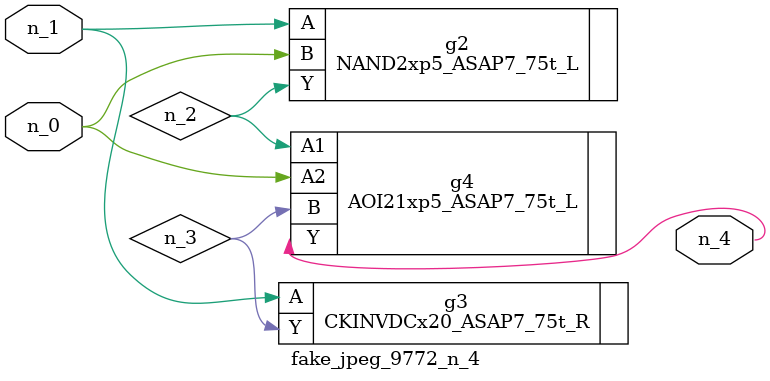
<source format=v>
module fake_jpeg_9772_n_4 (n_0, n_1, n_4);

input n_0;
input n_1;

output n_4;

wire n_2;
wire n_3;

NAND2xp5_ASAP7_75t_L g2 ( 
.A(n_1),
.B(n_0),
.Y(n_2)
);

CKINVDCx20_ASAP7_75t_R g3 ( 
.A(n_1),
.Y(n_3)
);

AOI21xp5_ASAP7_75t_L g4 ( 
.A1(n_2),
.A2(n_0),
.B(n_3),
.Y(n_4)
);


endmodule
</source>
